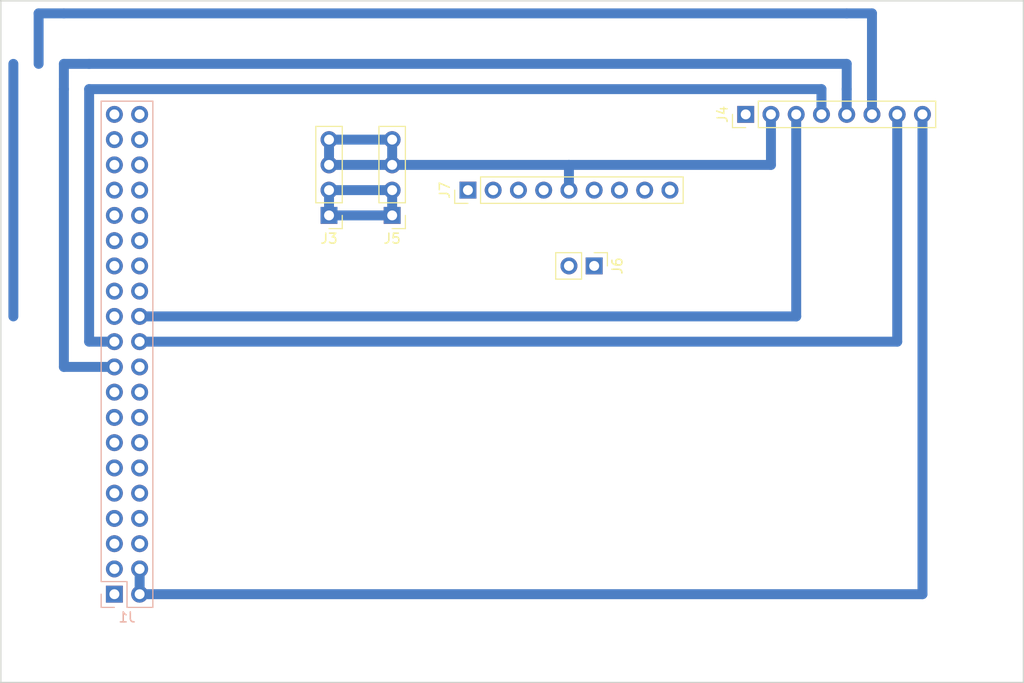
<source format=kicad_pcb>
(kicad_pcb (version 20171130) (host pcbnew "(5.0.0)")

  (general
    (thickness 1.6)
    (drawings 4)
    (tracks 36)
    (zones 0)
    (modules 6)
    (nets 40)
  )

  (page A4)
  (layers
    (0 F.Cu jumper)
    (31 B.Cu signal)
    (32 B.Adhes user)
    (33 F.Adhes user)
    (34 B.Paste user)
    (35 F.Paste user)
    (36 B.SilkS user)
    (37 F.SilkS user)
    (38 B.Mask user)
    (39 F.Mask user)
    (40 Dwgs.User user)
    (41 Cmts.User user)
    (42 Eco1.User user)
    (43 Eco2.User user)
    (44 Edge.Cuts user)
    (45 Margin user)
    (46 B.CrtYd user)
    (47 F.CrtYd user)
    (48 B.Fab user)
    (49 F.Fab user)
  )

  (setup
    (last_trace_width 0.25)
    (trace_clearance 0.2)
    (zone_clearance 0.508)
    (zone_45_only no)
    (trace_min 0.2)
    (segment_width 0.2)
    (edge_width 0.15)
    (via_size 0.8)
    (via_drill 0.4)
    (via_min_size 0.4)
    (via_min_drill 0.3)
    (uvia_size 0.3)
    (uvia_drill 0.1)
    (uvias_allowed no)
    (uvia_min_size 0.2)
    (uvia_min_drill 0.1)
    (pcb_text_width 0.3)
    (pcb_text_size 1.5 1.5)
    (mod_edge_width 0.15)
    (mod_text_size 1 1)
    (mod_text_width 0.15)
    (pad_size 1.524 1.524)
    (pad_drill 0.762)
    (pad_to_mask_clearance 0.2)
    (aux_axis_origin 0 0)
    (visible_elements 7FFFFFFF)
    (pcbplotparams
      (layerselection 0x3fffc_ffffffff)
      (usegerberextensions false)
      (usegerberattributes false)
      (usegerberadvancedattributes false)
      (creategerberjobfile false)
      (excludeedgelayer true)
      (linewidth 0.100000)
      (plotframeref false)
      (viasonmask false)
      (mode 1)
      (useauxorigin false)
      (hpglpennumber 1)
      (hpglpenspeed 20)
      (hpglpendiameter 15.000000)
      (psnegative false)
      (psa4output false)
      (plotreference true)
      (plotvalue true)
      (plotinvisibletext true)
      (padsonsilk false)
      (subtractmaskfromsilk false)
      (outputformat 4)
      (mirror false)
      (drillshape 0)
      (scaleselection 1)
      (outputdirectory ""))
  )

  (net 0 "")
  (net 1 /40)
  (net 2 /38)
  (net 3 /37)
  (net 4 /36)
  (net 5 /35)
  (net 6 /33)
  (net 7 /32)
  (net 8 /31)
  (net 9 /29)
  (net 10 /28)
  (net 11 /27)
  (net 12 /26)
  (net 13 /CS)
  (net 14 /SCLK)
  (net 15 /INT)
  (net 16 /MISO)
  (net 17 /MOSI)
  (net 18 /18)
  (net 19 /16)
  (net 20 /15)
  (net 21 /13)
  (net 22 /12)
  (net 23 /11)
  (net 24 /10)
  (net 25 /8)
  (net 26 /7)
  (net 27 /GND)
  (net 28 /5)
  (net 29 /3)
  (net 30 /5V)
  (net 31 /3V3)
  (net 32 /12V)
  (net 33 /CANH)
  (net 34 /CANL)
  (net 35 "Net-(J7-Pad1)")
  (net 36 "Net-(J7-Pad2)")
  (net 37 "Net-(J7-Pad3)")
  (net 38 /ISO9141-2L)
  (net 39 /ISO9141-2-K-line)

  (net_class Default "This is the default net class."
    (clearance 0.2)
    (trace_width 0.25)
    (via_dia 0.8)
    (via_drill 0.4)
    (uvia_dia 0.3)
    (uvia_drill 0.1)
    (add_net /10)
    (add_net /11)
    (add_net /12)
    (add_net /12V)
    (add_net /13)
    (add_net /15)
    (add_net /16)
    (add_net /18)
    (add_net /26)
    (add_net /27)
    (add_net /28)
    (add_net /29)
    (add_net /3)
    (add_net /31)
    (add_net /32)
    (add_net /33)
    (add_net /35)
    (add_net /36)
    (add_net /37)
    (add_net /38)
    (add_net /3V3)
    (add_net /40)
    (add_net /5)
    (add_net /5V)
    (add_net /7)
    (add_net /8)
    (add_net /CANH)
    (add_net /CANL)
    (add_net /CS)
    (add_net /GND)
    (add_net /INT)
    (add_net /ISO9141-2-K-line)
    (add_net /ISO9141-2L)
    (add_net /MISO)
    (add_net /MOSI)
    (add_net /SCLK)
    (add_net "Net-(J7-Pad1)")
    (add_net "Net-(J7-Pad2)")
    (add_net "Net-(J7-Pad3)")
  )

  (module Connector_PinHeader_2.54mm:PinHeader_2x20_P2.54mm_Vertical (layer B.Cu) (tedit 59FED5CC) (tstamp 5C24018B)
    (at 106.68 106.68)
    (descr "Through hole straight pin header, 2x20, 2.54mm pitch, double rows")
    (tags "Through hole pin header THT 2x20 2.54mm double row")
    (path /5C178613)
    (fp_text reference J1 (at 1.27 2.33) (layer B.SilkS)
      (effects (font (size 1 1) (thickness 0.15)) (justify mirror))
    )
    (fp_text value Conn_02x20_Odd_Even_Rasbpi (at 1.27 -50.59) (layer B.Fab)
      (effects (font (size 1 1) (thickness 0.15)) (justify mirror))
    )
    (fp_text user %R (at 1.27 -24.13 -90) (layer B.Fab)
      (effects (font (size 1 1) (thickness 0.15)) (justify mirror))
    )
    (fp_line (start 4.35 1.8) (end -1.8 1.8) (layer B.CrtYd) (width 0.05))
    (fp_line (start 4.35 -50.05) (end 4.35 1.8) (layer B.CrtYd) (width 0.05))
    (fp_line (start -1.8 -50.05) (end 4.35 -50.05) (layer B.CrtYd) (width 0.05))
    (fp_line (start -1.8 1.8) (end -1.8 -50.05) (layer B.CrtYd) (width 0.05))
    (fp_line (start -1.33 1.33) (end 0 1.33) (layer B.SilkS) (width 0.12))
    (fp_line (start -1.33 0) (end -1.33 1.33) (layer B.SilkS) (width 0.12))
    (fp_line (start 1.27 1.33) (end 3.87 1.33) (layer B.SilkS) (width 0.12))
    (fp_line (start 1.27 -1.27) (end 1.27 1.33) (layer B.SilkS) (width 0.12))
    (fp_line (start -1.33 -1.27) (end 1.27 -1.27) (layer B.SilkS) (width 0.12))
    (fp_line (start 3.87 1.33) (end 3.87 -49.59) (layer B.SilkS) (width 0.12))
    (fp_line (start -1.33 -1.27) (end -1.33 -49.59) (layer B.SilkS) (width 0.12))
    (fp_line (start -1.33 -49.59) (end 3.87 -49.59) (layer B.SilkS) (width 0.12))
    (fp_line (start -1.27 0) (end 0 1.27) (layer B.Fab) (width 0.1))
    (fp_line (start -1.27 -49.53) (end -1.27 0) (layer B.Fab) (width 0.1))
    (fp_line (start 3.81 -49.53) (end -1.27 -49.53) (layer B.Fab) (width 0.1))
    (fp_line (start 3.81 1.27) (end 3.81 -49.53) (layer B.Fab) (width 0.1))
    (fp_line (start 0 1.27) (end 3.81 1.27) (layer B.Fab) (width 0.1))
    (pad 40 thru_hole oval (at 2.54 -48.26) (size 1.7 1.7) (drill 1) (layers *.Cu *.Mask)
      (net 1 /40))
    (pad 39 thru_hole oval (at 0 -48.26) (size 1.7 1.7) (drill 1) (layers *.Cu *.Mask)
      (net 27 /GND))
    (pad 38 thru_hole oval (at 2.54 -45.72) (size 1.7 1.7) (drill 1) (layers *.Cu *.Mask)
      (net 2 /38))
    (pad 37 thru_hole oval (at 0 -45.72) (size 1.7 1.7) (drill 1) (layers *.Cu *.Mask)
      (net 3 /37))
    (pad 36 thru_hole oval (at 2.54 -43.18) (size 1.7 1.7) (drill 1) (layers *.Cu *.Mask)
      (net 4 /36))
    (pad 35 thru_hole oval (at 0 -43.18) (size 1.7 1.7) (drill 1) (layers *.Cu *.Mask)
      (net 5 /35))
    (pad 34 thru_hole oval (at 2.54 -40.64) (size 1.7 1.7) (drill 1) (layers *.Cu *.Mask)
      (net 27 /GND))
    (pad 33 thru_hole oval (at 0 -40.64) (size 1.7 1.7) (drill 1) (layers *.Cu *.Mask)
      (net 6 /33))
    (pad 32 thru_hole oval (at 2.54 -38.1) (size 1.7 1.7) (drill 1) (layers *.Cu *.Mask)
      (net 7 /32))
    (pad 31 thru_hole oval (at 0 -38.1) (size 1.7 1.7) (drill 1) (layers *.Cu *.Mask)
      (net 8 /31))
    (pad 30 thru_hole oval (at 2.54 -35.56) (size 1.7 1.7) (drill 1) (layers *.Cu *.Mask)
      (net 27 /GND))
    (pad 29 thru_hole oval (at 0 -35.56) (size 1.7 1.7) (drill 1) (layers *.Cu *.Mask)
      (net 9 /29))
    (pad 28 thru_hole oval (at 2.54 -33.02) (size 1.7 1.7) (drill 1) (layers *.Cu *.Mask)
      (net 10 /28))
    (pad 27 thru_hole oval (at 0 -33.02) (size 1.7 1.7) (drill 1) (layers *.Cu *.Mask)
      (net 11 /27))
    (pad 26 thru_hole oval (at 2.54 -30.48) (size 1.7 1.7) (drill 1) (layers *.Cu *.Mask)
      (net 12 /26))
    (pad 25 thru_hole oval (at 0 -30.48) (size 1.7 1.7) (drill 1) (layers *.Cu *.Mask)
      (net 27 /GND))
    (pad 24 thru_hole oval (at 2.54 -27.94) (size 1.7 1.7) (drill 1) (layers *.Cu *.Mask)
      (net 13 /CS))
    (pad 23 thru_hole oval (at 0 -27.94) (size 1.7 1.7) (drill 1) (layers *.Cu *.Mask)
      (net 14 /SCLK))
    (pad 22 thru_hole oval (at 2.54 -25.4) (size 1.7 1.7) (drill 1) (layers *.Cu *.Mask)
      (net 15 /INT))
    (pad 21 thru_hole oval (at 0 -25.4) (size 1.7 1.7) (drill 1) (layers *.Cu *.Mask)
      (net 16 /MISO))
    (pad 20 thru_hole oval (at 2.54 -22.86) (size 1.7 1.7) (drill 1) (layers *.Cu *.Mask)
      (net 27 /GND))
    (pad 19 thru_hole oval (at 0 -22.86) (size 1.7 1.7) (drill 1) (layers *.Cu *.Mask)
      (net 17 /MOSI))
    (pad 18 thru_hole oval (at 2.54 -20.32) (size 1.7 1.7) (drill 1) (layers *.Cu *.Mask)
      (net 18 /18))
    (pad 17 thru_hole oval (at 0 -20.32) (size 1.7 1.7) (drill 1) (layers *.Cu *.Mask)
      (net 31 /3V3))
    (pad 16 thru_hole oval (at 2.54 -17.78) (size 1.7 1.7) (drill 1) (layers *.Cu *.Mask)
      (net 19 /16))
    (pad 15 thru_hole oval (at 0 -17.78) (size 1.7 1.7) (drill 1) (layers *.Cu *.Mask)
      (net 20 /15))
    (pad 14 thru_hole oval (at 2.54 -15.24) (size 1.7 1.7) (drill 1) (layers *.Cu *.Mask)
      (net 27 /GND))
    (pad 13 thru_hole oval (at 0 -15.24) (size 1.7 1.7) (drill 1) (layers *.Cu *.Mask)
      (net 21 /13))
    (pad 12 thru_hole oval (at 2.54 -12.7) (size 1.7 1.7) (drill 1) (layers *.Cu *.Mask)
      (net 22 /12))
    (pad 11 thru_hole oval (at 0 -12.7) (size 1.7 1.7) (drill 1) (layers *.Cu *.Mask)
      (net 23 /11))
    (pad 10 thru_hole oval (at 2.54 -10.16) (size 1.7 1.7) (drill 1) (layers *.Cu *.Mask)
      (net 24 /10))
    (pad 9 thru_hole oval (at 0 -10.16) (size 1.7 1.7) (drill 1) (layers *.Cu *.Mask)
      (net 27 /GND))
    (pad 8 thru_hole oval (at 2.54 -7.62) (size 1.7 1.7) (drill 1) (layers *.Cu *.Mask)
      (net 25 /8))
    (pad 7 thru_hole oval (at 0 -7.62) (size 1.7 1.7) (drill 1) (layers *.Cu *.Mask)
      (net 26 /7))
    (pad 6 thru_hole oval (at 2.54 -5.08) (size 1.7 1.7) (drill 1) (layers *.Cu *.Mask)
      (net 27 /GND))
    (pad 5 thru_hole oval (at 0 -5.08) (size 1.7 1.7) (drill 1) (layers *.Cu *.Mask)
      (net 28 /5))
    (pad 4 thru_hole oval (at 2.54 -2.54) (size 1.7 1.7) (drill 1) (layers *.Cu *.Mask)
      (net 30 /5V))
    (pad 3 thru_hole oval (at 0 -2.54) (size 1.7 1.7) (drill 1) (layers *.Cu *.Mask)
      (net 29 /3))
    (pad 2 thru_hole oval (at 2.54 0) (size 1.7 1.7) (drill 1) (layers *.Cu *.Mask)
      (net 30 /5V))
    (pad 1 thru_hole rect (at 0 0) (size 1.7 1.7) (drill 1) (layers *.Cu *.Mask)
      (net 31 /3V3))
    (model ${KISYS3DMOD}/Connector_PinHeader_2.54mm.3dshapes/PinHeader_2x20_P2.54mm_Vertical.wrl
      (at (xyz 0 0 0))
      (scale (xyz 1 1 1))
      (rotate (xyz 0 0 0))
    )
  )

  (module Connector_PinHeader_2.54mm:PinHeader_1x04_P2.54mm_Vertical (layer F.Cu) (tedit 59FED5CC) (tstamp 5C240324)
    (at 128.27 68.58 180)
    (descr "Through hole straight pin header, 1x04, 2.54mm pitch, single row")
    (tags "Through hole pin header THT 1x04 2.54mm single row")
    (path /5C177A3F)
    (fp_text reference J3 (at 0 -2.33 180) (layer F.SilkS)
      (effects (font (size 1 1) (thickness 0.15)))
    )
    (fp_text value Converter (at 0 9.95 180) (layer F.Fab)
      (effects (font (size 1 1) (thickness 0.15)))
    )
    (fp_line (start -0.635 -1.27) (end 1.27 -1.27) (layer F.Fab) (width 0.1))
    (fp_line (start 1.27 -1.27) (end 1.27 8.89) (layer F.Fab) (width 0.1))
    (fp_line (start 1.27 8.89) (end -1.27 8.89) (layer F.Fab) (width 0.1))
    (fp_line (start -1.27 8.89) (end -1.27 -0.635) (layer F.Fab) (width 0.1))
    (fp_line (start -1.27 -0.635) (end -0.635 -1.27) (layer F.Fab) (width 0.1))
    (fp_line (start -1.33 8.95) (end 1.33 8.95) (layer F.SilkS) (width 0.12))
    (fp_line (start -1.33 1.27) (end -1.33 8.95) (layer F.SilkS) (width 0.12))
    (fp_line (start 1.33 1.27) (end 1.33 8.95) (layer F.SilkS) (width 0.12))
    (fp_line (start -1.33 1.27) (end 1.33 1.27) (layer F.SilkS) (width 0.12))
    (fp_line (start -1.33 0) (end -1.33 -1.33) (layer F.SilkS) (width 0.12))
    (fp_line (start -1.33 -1.33) (end 0 -1.33) (layer F.SilkS) (width 0.12))
    (fp_line (start -1.8 -1.8) (end -1.8 9.4) (layer F.CrtYd) (width 0.05))
    (fp_line (start -1.8 9.4) (end 1.8 9.4) (layer F.CrtYd) (width 0.05))
    (fp_line (start 1.8 9.4) (end 1.8 -1.8) (layer F.CrtYd) (width 0.05))
    (fp_line (start 1.8 -1.8) (end -1.8 -1.8) (layer F.CrtYd) (width 0.05))
    (fp_text user %R (at 0 3.81 270) (layer F.Fab)
      (effects (font (size 1 1) (thickness 0.15)))
    )
    (pad 1 thru_hole rect (at 0 0 180) (size 1.7 1.7) (drill 1) (layers *.Cu *.Mask)
      (net 32 /12V))
    (pad 2 thru_hole oval (at 0 2.54 180) (size 1.7 1.7) (drill 1) (layers *.Cu *.Mask)
      (net 32 /12V))
    (pad 3 thru_hole oval (at 0 5.08 180) (size 1.7 1.7) (drill 1) (layers *.Cu *.Mask)
      (net 27 /GND))
    (pad 4 thru_hole oval (at 0 7.62 180) (size 1.7 1.7) (drill 1) (layers *.Cu *.Mask)
      (net 27 /GND))
    (model ${KISYS3DMOD}/Connector_PinHeader_2.54mm.3dshapes/PinHeader_1x04_P2.54mm_Vertical.wrl
      (at (xyz 0 0 0))
      (scale (xyz 1 1 1))
      (rotate (xyz 0 0 0))
    )
  )

  (module Connector_PinHeader_2.54mm:PinHeader_1x08_P2.54mm_Vertical (layer F.Cu) (tedit 59FED5CC) (tstamp 5C240C33)
    (at 170.18 58.42 90)
    (descr "Through hole straight pin header, 1x08, 2.54mm pitch, single row")
    (tags "Through hole pin header THT 1x08 2.54mm single row")
    (path /5C1778C2)
    (fp_text reference J4 (at 0 -2.33 90) (layer F.SilkS)
      (effects (font (size 1 1) (thickness 0.15)))
    )
    (fp_text value MCP2515 (at 2.54 10.16 180) (layer F.Fab)
      (effects (font (size 1 1) (thickness 0.15)))
    )
    (fp_line (start -0.635 -1.27) (end 1.27 -1.27) (layer F.Fab) (width 0.1))
    (fp_line (start 1.27 -1.27) (end 1.27 19.05) (layer F.Fab) (width 0.1))
    (fp_line (start 1.27 19.05) (end -1.27 19.05) (layer F.Fab) (width 0.1))
    (fp_line (start -1.27 19.05) (end -1.27 -0.635) (layer F.Fab) (width 0.1))
    (fp_line (start -1.27 -0.635) (end -0.635 -1.27) (layer F.Fab) (width 0.1))
    (fp_line (start -1.33 19.11) (end 1.33 19.11) (layer F.SilkS) (width 0.12))
    (fp_line (start -1.33 1.27) (end -1.33 19.11) (layer F.SilkS) (width 0.12))
    (fp_line (start 1.33 1.27) (end 1.33 19.11) (layer F.SilkS) (width 0.12))
    (fp_line (start -1.33 1.27) (end 1.33 1.27) (layer F.SilkS) (width 0.12))
    (fp_line (start -1.33 0) (end -1.33 -1.33) (layer F.SilkS) (width 0.12))
    (fp_line (start -1.33 -1.33) (end 0 -1.33) (layer F.SilkS) (width 0.12))
    (fp_line (start -1.8 -1.8) (end -1.8 19.55) (layer F.CrtYd) (width 0.05))
    (fp_line (start -1.8 19.55) (end 1.8 19.55) (layer F.CrtYd) (width 0.05))
    (fp_line (start 1.8 19.55) (end 1.8 -1.8) (layer F.CrtYd) (width 0.05))
    (fp_line (start 1.8 -1.8) (end -1.8 -1.8) (layer F.CrtYd) (width 0.05))
    (fp_text user %R (at 0 8.89 180) (layer F.Fab)
      (effects (font (size 1 1) (thickness 0.15)))
    )
    (pad 1 thru_hole rect (at 0 0 90) (size 1.7 1.7) (drill 1) (layers *.Cu *.Mask)
      (net 31 /3V3))
    (pad 2 thru_hole oval (at 0 2.54 90) (size 1.7 1.7) (drill 1) (layers *.Cu *.Mask)
      (net 27 /GND))
    (pad 3 thru_hole oval (at 0 5.08 90) (size 1.7 1.7) (drill 1) (layers *.Cu *.Mask)
      (net 13 /CS))
    (pad 4 thru_hole oval (at 0 7.62 90) (size 1.7 1.7) (drill 1) (layers *.Cu *.Mask)
      (net 16 /MISO))
    (pad 5 thru_hole oval (at 0 10.16 90) (size 1.7 1.7) (drill 1) (layers *.Cu *.Mask)
      (net 17 /MOSI))
    (pad 6 thru_hole oval (at 0 12.7 90) (size 1.7 1.7) (drill 1) (layers *.Cu *.Mask)
      (net 14 /SCLK))
    (pad 7 thru_hole oval (at 0 15.24 90) (size 1.7 1.7) (drill 1) (layers *.Cu *.Mask)
      (net 15 /INT))
    (pad 8 thru_hole oval (at 0 17.78 90) (size 1.7 1.7) (drill 1) (layers *.Cu *.Mask)
      (net 30 /5V))
    (model ${KISYS3DMOD}/Connector_PinHeader_2.54mm.3dshapes/PinHeader_1x08_P2.54mm_Vertical.wrl
      (at (xyz 0 0 0))
      (scale (xyz 1 1 1))
      (rotate (xyz 0 0 0))
    )
  )

  (module Connector_PinHeader_2.54mm:PinHeader_1x04_P2.54mm_Vertical (layer F.Cu) (tedit 59FED5CC) (tstamp 5C240120)
    (at 134.62 68.58 180)
    (descr "Through hole straight pin header, 1x04, 2.54mm pitch, single row")
    (tags "Through hole pin header THT 1x04 2.54mm single row")
    (path /5C177B29)
    (fp_text reference J5 (at 0 -2.33 180) (layer F.SilkS)
      (effects (font (size 1 1) (thickness 0.15)))
    )
    (fp_text value Battery (at 0 9.95 180) (layer F.Fab)
      (effects (font (size 1 1) (thickness 0.15)))
    )
    (fp_text user %R (at 0 3.81 270) (layer F.Fab)
      (effects (font (size 1 1) (thickness 0.15)))
    )
    (fp_line (start 1.8 -1.8) (end -1.8 -1.8) (layer F.CrtYd) (width 0.05))
    (fp_line (start 1.8 9.4) (end 1.8 -1.8) (layer F.CrtYd) (width 0.05))
    (fp_line (start -1.8 9.4) (end 1.8 9.4) (layer F.CrtYd) (width 0.05))
    (fp_line (start -1.8 -1.8) (end -1.8 9.4) (layer F.CrtYd) (width 0.05))
    (fp_line (start -1.33 -1.33) (end 0 -1.33) (layer F.SilkS) (width 0.12))
    (fp_line (start -1.33 0) (end -1.33 -1.33) (layer F.SilkS) (width 0.12))
    (fp_line (start -1.33 1.27) (end 1.33 1.27) (layer F.SilkS) (width 0.12))
    (fp_line (start 1.33 1.27) (end 1.33 8.95) (layer F.SilkS) (width 0.12))
    (fp_line (start -1.33 1.27) (end -1.33 8.95) (layer F.SilkS) (width 0.12))
    (fp_line (start -1.33 8.95) (end 1.33 8.95) (layer F.SilkS) (width 0.12))
    (fp_line (start -1.27 -0.635) (end -0.635 -1.27) (layer F.Fab) (width 0.1))
    (fp_line (start -1.27 8.89) (end -1.27 -0.635) (layer F.Fab) (width 0.1))
    (fp_line (start 1.27 8.89) (end -1.27 8.89) (layer F.Fab) (width 0.1))
    (fp_line (start 1.27 -1.27) (end 1.27 8.89) (layer F.Fab) (width 0.1))
    (fp_line (start -0.635 -1.27) (end 1.27 -1.27) (layer F.Fab) (width 0.1))
    (pad 4 thru_hole oval (at 0 7.62 180) (size 1.7 1.7) (drill 1) (layers *.Cu *.Mask)
      (net 27 /GND))
    (pad 3 thru_hole oval (at 0 5.08 180) (size 1.7 1.7) (drill 1) (layers *.Cu *.Mask)
      (net 27 /GND))
    (pad 2 thru_hole oval (at 0 2.54 180) (size 1.7 1.7) (drill 1) (layers *.Cu *.Mask)
      (net 32 /12V))
    (pad 1 thru_hole rect (at 0 0 180) (size 1.7 1.7) (drill 1) (layers *.Cu *.Mask)
      (net 32 /12V))
    (model ${KISYS3DMOD}/Connector_PinHeader_2.54mm.3dshapes/PinHeader_1x04_P2.54mm_Vertical.wrl
      (at (xyz 0 0 0))
      (scale (xyz 1 1 1))
      (rotate (xyz 0 0 0))
    )
  )

  (module Connector_PinHeader_2.54mm:PinHeader_1x02_P2.54mm_Vertical (layer F.Cu) (tedit 59FED5CC) (tstamp 5C19E80C)
    (at 154.94 73.66 270)
    (descr "Through hole straight pin header, 1x02, 2.54mm pitch, single row")
    (tags "Through hole pin header THT 1x02 2.54mm single row")
    (path /5C177CCC)
    (fp_text reference J6 (at 0 -2.33 270) (layer F.SilkS)
      (effects (font (size 1 1) (thickness 0.15)))
    )
    (fp_text value Conn_01x02_Male (at 0 4.87 270) (layer F.Fab)
      (effects (font (size 1 1) (thickness 0.15)))
    )
    (fp_line (start -0.635 -1.27) (end 1.27 -1.27) (layer F.Fab) (width 0.1))
    (fp_line (start 1.27 -1.27) (end 1.27 3.81) (layer F.Fab) (width 0.1))
    (fp_line (start 1.27 3.81) (end -1.27 3.81) (layer F.Fab) (width 0.1))
    (fp_line (start -1.27 3.81) (end -1.27 -0.635) (layer F.Fab) (width 0.1))
    (fp_line (start -1.27 -0.635) (end -0.635 -1.27) (layer F.Fab) (width 0.1))
    (fp_line (start -1.33 3.87) (end 1.33 3.87) (layer F.SilkS) (width 0.12))
    (fp_line (start -1.33 1.27) (end -1.33 3.87) (layer F.SilkS) (width 0.12))
    (fp_line (start 1.33 1.27) (end 1.33 3.87) (layer F.SilkS) (width 0.12))
    (fp_line (start -1.33 1.27) (end 1.33 1.27) (layer F.SilkS) (width 0.12))
    (fp_line (start -1.33 0) (end -1.33 -1.33) (layer F.SilkS) (width 0.12))
    (fp_line (start -1.33 -1.33) (end 0 -1.33) (layer F.SilkS) (width 0.12))
    (fp_line (start -1.8 -1.8) (end -1.8 4.35) (layer F.CrtYd) (width 0.05))
    (fp_line (start -1.8 4.35) (end 1.8 4.35) (layer F.CrtYd) (width 0.05))
    (fp_line (start 1.8 4.35) (end 1.8 -1.8) (layer F.CrtYd) (width 0.05))
    (fp_line (start 1.8 -1.8) (end -1.8 -1.8) (layer F.CrtYd) (width 0.05))
    (fp_text user %R (at 0 1.27) (layer F.Fab)
      (effects (font (size 1 1) (thickness 0.15)))
    )
    (pad 1 thru_hole rect (at 0 0 270) (size 1.7 1.7) (drill 1) (layers *.Cu *.Mask)
      (net 33 /CANH))
    (pad 2 thru_hole oval (at 0 2.54 270) (size 1.7 1.7) (drill 1) (layers *.Cu *.Mask)
      (net 34 /CANL))
    (model ${KISYS3DMOD}/Connector_PinHeader_2.54mm.3dshapes/PinHeader_1x02_P2.54mm_Vertical.wrl
      (at (xyz 0 0 0))
      (scale (xyz 1 1 1))
      (rotate (xyz 0 0 0))
    )
  )

  (module Connector_PinHeader_2.54mm:PinHeader_1x09_P2.54mm_Vertical (layer F.Cu) (tedit 59FED5CC) (tstamp 5C240A3D)
    (at 142.24 66.04 90)
    (descr "Through hole straight pin header, 1x09, 2.54mm pitch, single row")
    (tags "Through hole pin header THT 1x09 2.54mm single row")
    (path /5C177B72)
    (fp_text reference J7 (at 0 -2.33 90) (layer F.SilkS)
      (effects (font (size 1 1) (thickness 0.15)))
    )
    (fp_text value OBD_connector (at -2.54 10.16 180) (layer F.Fab)
      (effects (font (size 1 1) (thickness 0.15)))
    )
    (fp_line (start -0.635 -1.27) (end 1.27 -1.27) (layer F.Fab) (width 0.1))
    (fp_line (start 1.27 -1.27) (end 1.27 21.59) (layer F.Fab) (width 0.1))
    (fp_line (start 1.27 21.59) (end -1.27 21.59) (layer F.Fab) (width 0.1))
    (fp_line (start -1.27 21.59) (end -1.27 -0.635) (layer F.Fab) (width 0.1))
    (fp_line (start -1.27 -0.635) (end -0.635 -1.27) (layer F.Fab) (width 0.1))
    (fp_line (start -1.33 21.65) (end 1.33 21.65) (layer F.SilkS) (width 0.12))
    (fp_line (start -1.33 1.27) (end -1.33 21.65) (layer F.SilkS) (width 0.12))
    (fp_line (start 1.33 1.27) (end 1.33 21.65) (layer F.SilkS) (width 0.12))
    (fp_line (start -1.33 1.27) (end 1.33 1.27) (layer F.SilkS) (width 0.12))
    (fp_line (start -1.33 0) (end -1.33 -1.33) (layer F.SilkS) (width 0.12))
    (fp_line (start -1.33 -1.33) (end 0 -1.33) (layer F.SilkS) (width 0.12))
    (fp_line (start -1.8 -1.8) (end -1.8 22.1) (layer F.CrtYd) (width 0.05))
    (fp_line (start -1.8 22.1) (end 1.8 22.1) (layer F.CrtYd) (width 0.05))
    (fp_line (start 1.8 22.1) (end 1.8 -1.8) (layer F.CrtYd) (width 0.05))
    (fp_line (start 1.8 -1.8) (end -1.8 -1.8) (layer F.CrtYd) (width 0.05))
    (fp_text user %R (at 0 10.16 180) (layer F.Fab)
      (effects (font (size 1 1) (thickness 0.15)))
    )
    (pad 1 thru_hole rect (at 0 0 90) (size 1.7 1.7) (drill 1) (layers *.Cu *.Mask)
      (net 35 "Net-(J7-Pad1)"))
    (pad 2 thru_hole oval (at 0 2.54 90) (size 1.7 1.7) (drill 1) (layers *.Cu *.Mask)
      (net 36 "Net-(J7-Pad2)"))
    (pad 3 thru_hole oval (at 0 5.08 90) (size 1.7 1.7) (drill 1) (layers *.Cu *.Mask)
      (net 37 "Net-(J7-Pad3)"))
    (pad 4 thru_hole oval (at 0 7.62 90) (size 1.7 1.7) (drill 1) (layers *.Cu *.Mask)
      (net 34 /CANL))
    (pad 5 thru_hole oval (at 0 10.16 90) (size 1.7 1.7) (drill 1) (layers *.Cu *.Mask)
      (net 27 /GND))
    (pad 6 thru_hole oval (at 0 12.7 90) (size 1.7 1.7) (drill 1) (layers *.Cu *.Mask)
      (net 38 /ISO9141-2L))
    (pad 7 thru_hole oval (at 0 15.24 90) (size 1.7 1.7) (drill 1) (layers *.Cu *.Mask)
      (net 33 /CANH))
    (pad 8 thru_hole oval (at 0 17.78 90) (size 1.7 1.7) (drill 1) (layers *.Cu *.Mask)
      (net 32 /12V))
    (pad 9 thru_hole oval (at 0 20.32 90) (size 1.7 1.7) (drill 1) (layers *.Cu *.Mask)
      (net 39 /ISO9141-2-K-line))
    (model ${KISYS3DMOD}/Connector_PinHeader_2.54mm.3dshapes/PinHeader_1x09_P2.54mm_Vertical.wrl
      (at (xyz 0 0 0))
      (scale (xyz 1 1 1))
      (rotate (xyz 0 0 0))
    )
  )

  (gr_line (start 95.25 115.57) (end 95.25 46.99) (layer Edge.Cuts) (width 0.15))
  (gr_line (start 198.12 115.57) (end 95.25 115.57) (layer Edge.Cuts) (width 0.15))
  (gr_line (start 198.12 46.99) (end 198.12 115.57) (layer Edge.Cuts) (width 0.15))
  (gr_line (start 95.25 46.99) (end 198.12 46.99) (layer Edge.Cuts) (width 0.15))

  (segment (start 175.26 58.42) (end 175.26 78.74) (width 1) (layer B.Cu) (net 13))
  (segment (start 175.26 78.74) (end 109.22 78.74) (width 1) (layer B.Cu) (net 13))
  (segment (start 180.34 48.26) (end 101.6 48.26) (width 1) (layer B.Cu) (net 14))
  (segment (start 182.88 58.42) (end 182.88 48.26) (width 1) (layer B.Cu) (net 14))
  (segment (start 182.88 48.26) (end 180.34 48.26) (width 1) (layer B.Cu) (net 14))
  (segment (start 101.6 48.26) (end 99.06 48.26) (width 1) (layer B.Cu) (net 14))
  (segment (start 99.06 48.26) (end 99.06 53.34) (width 1) (layer B.Cu) (net 14))
  (segment (start 96.52 53.34) (end 96.52 78.74) (width 1) (layer B.Cu) (net 14))
  (segment (start 185.42 58.42) (end 185.42 81.28) (width 1) (layer B.Cu) (net 15))
  (segment (start 185.42 81.28) (end 109.22 81.28) (width 1) (layer B.Cu) (net 15))
  (segment (start 101.6 83.82) (end 106.68 83.82) (width 1) (layer B.Cu) (net 17))
  (segment (start 101.6 55.88) (end 101.6 83.82) (width 1) (layer B.Cu) (net 17))
  (segment (start 180.34 58.42) (end 180.34 55.88) (width 1) (layer B.Cu) (net 17))
  (segment (start 104.14 81.28) (end 106.68 81.28) (width 1) (layer B.Cu) (net 16))
  (segment (start 104.14 55.88) (end 104.14 81.28) (width 1) (layer B.Cu) (net 16))
  (segment (start 177.8 58.42) (end 177.8 55.88) (width 1) (layer B.Cu) (net 16))
  (segment (start 177.8 55.88) (end 104.14 55.88) (width 1) (layer B.Cu) (net 16))
  (segment (start 180.34 55.88) (end 180.34 53.34) (width 1) (layer B.Cu) (net 17))
  (segment (start 180.34 53.34) (end 104.14 53.34) (width 1) (layer B.Cu) (net 17))
  (segment (start 104.14 53.34) (end 101.6 53.34) (width 1) (layer B.Cu) (net 17))
  (segment (start 101.6 53.34) (end 101.6 55.88) (width 1) (layer B.Cu) (net 17))
  (segment (start 128.27 60.96) (end 134.62 60.96) (width 1) (layer B.Cu) (net 27))
  (segment (start 128.27 60.96) (end 128.27 63.5) (width 1) (layer B.Cu) (net 27))
  (segment (start 134.62 60.96) (end 134.62 63.5) (width 1) (layer B.Cu) (net 27))
  (segment (start 128.27 63.5) (end 134.62 63.5) (width 1) (layer B.Cu) (net 27))
  (segment (start 152.4 63.5) (end 152.4 66.04) (width 1) (layer B.Cu) (net 27))
  (segment (start 134.62 63.5) (end 152.4 63.5) (width 1) (layer B.Cu) (net 27))
  (segment (start 172.72 58.42) (end 172.72 63.5) (width 1) (layer B.Cu) (net 27))
  (segment (start 172.72 63.5) (end 152.4 63.5) (width 1) (layer B.Cu) (net 27))
  (segment (start 187.96 58.42) (end 187.96 106.68) (width 1) (layer B.Cu) (net 30))
  (segment (start 187.96 106.68) (end 109.22 106.68) (width 1) (layer B.Cu) (net 30))
  (segment (start 109.22 106.68) (end 109.22 104.14) (width 1) (layer B.Cu) (net 30))
  (segment (start 128.27 66.04) (end 134.62 66.04) (width 1) (layer B.Cu) (net 32))
  (segment (start 128.27 66.04) (end 128.27 68.58) (width 1) (layer B.Cu) (net 32))
  (segment (start 134.62 66.04) (end 134.62 68.58) (width 1) (layer B.Cu) (net 32))
  (segment (start 128.27 68.58) (end 134.62 68.58) (width 1) (layer B.Cu) (net 32))

)

</source>
